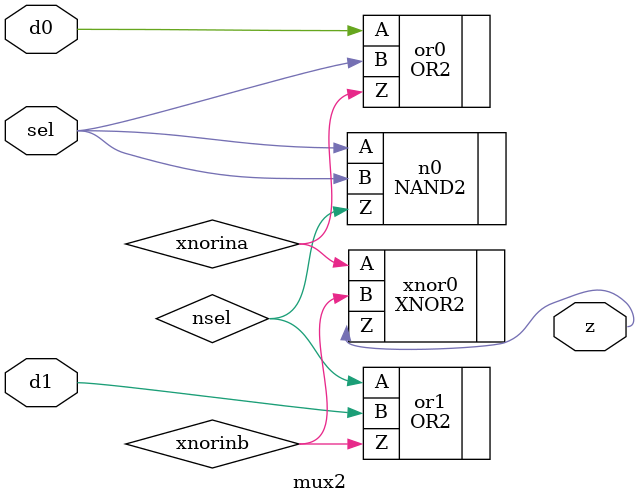
<source format=sv>
module mux2 (
    input logic d0,          // Data input 0
    input logic d1,          // Data input 1
    input logic sel,         // Select input
    output logic z           // Output
);

// Put your code here
// ------------------
logic xnorina;
logic xnorinb;
logic nsel;
OR2 #(.Tpdlh(10),.Tpdhl(10)) or0(.A(d0),.B(sel),.Z(xnorina));
NAND2 #(.Tpdlh(10),.Tpdhl(10)) n0 (.A(sel),.B(sel),.Z(nsel));
OR2 #(.Tpdlh(10),.Tpdhl(10)) or1(.A(nsel), .B(d1), .Z(xnorinb));
XNOR2 #(.Tpdlh(4),.Tpdhl(4)) xnor0(.A(xnorina),.B(xnorinb),.Z(z));
// End of your code

endmodule

</source>
